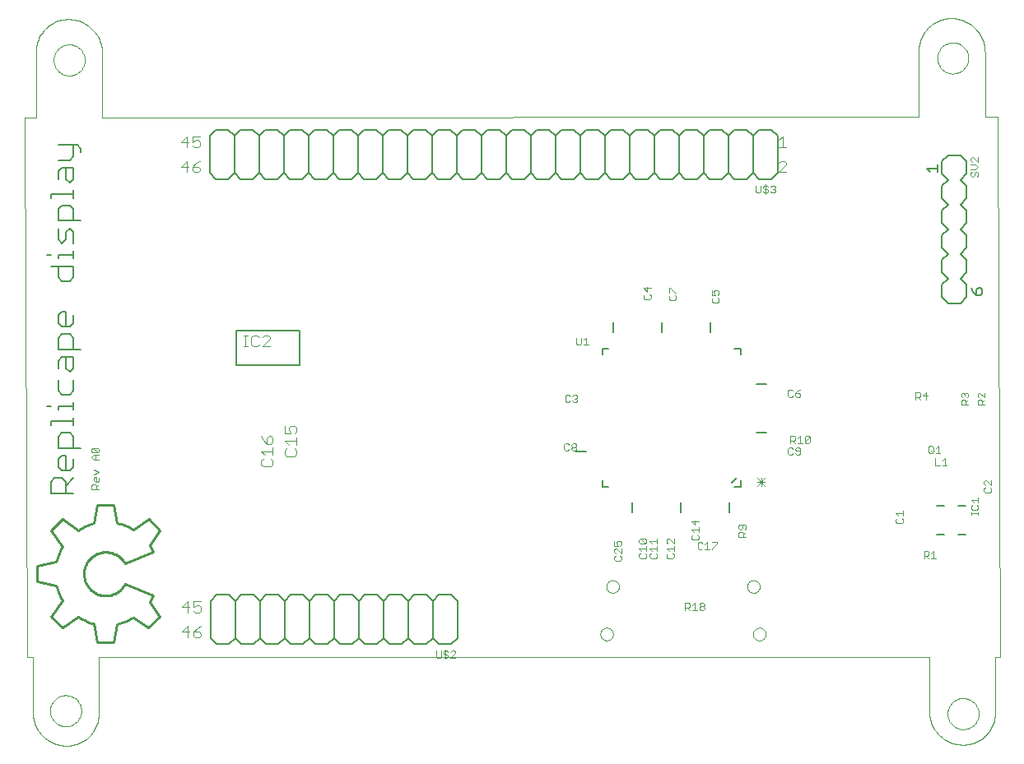
<source format=gto>
G75*
G70*
%OFA0B0*%
%FSLAX24Y24*%
%IPPOS*%
%LPD*%
%AMOC8*
5,1,8,0,0,1.08239X$1,22.5*
%
%ADD10C,0.0000*%
%ADD11C,0.0080*%
%ADD12C,0.0030*%
%ADD13C,0.0060*%
%ADD14C,0.0040*%
%ADD15C,0.0050*%
%ADD16C,0.0100*%
D10*
X001853Y001821D02*
X001923Y001823D01*
X001993Y001829D01*
X002063Y001838D01*
X002132Y001851D01*
X002201Y001868D01*
X002268Y001889D01*
X002334Y001913D01*
X002398Y001941D01*
X002461Y001972D01*
X002523Y002007D01*
X002582Y002045D01*
X002639Y002086D01*
X002694Y002130D01*
X002746Y002177D01*
X002796Y002227D01*
X002843Y002279D01*
X002887Y002334D01*
X002928Y002391D01*
X002966Y002450D01*
X003001Y002512D01*
X003032Y002575D01*
X003060Y002639D01*
X003084Y002705D01*
X003105Y002772D01*
X003122Y002841D01*
X003135Y002910D01*
X003144Y002980D01*
X003150Y003050D01*
X003152Y003120D01*
X003152Y005403D01*
X036774Y005403D01*
X036774Y003238D01*
X036776Y003166D01*
X036782Y003094D01*
X036791Y003022D01*
X036804Y002951D01*
X036821Y002881D01*
X036841Y002812D01*
X036866Y002744D01*
X036893Y002678D01*
X036924Y002612D01*
X036959Y002549D01*
X036996Y002487D01*
X037037Y002428D01*
X037081Y002371D01*
X037128Y002316D01*
X037178Y002264D01*
X037230Y002214D01*
X037285Y002167D01*
X037342Y002123D01*
X037401Y002082D01*
X037463Y002045D01*
X037526Y002010D01*
X037592Y001979D01*
X037658Y001952D01*
X037726Y001927D01*
X037795Y001907D01*
X037865Y001890D01*
X037936Y001877D01*
X038008Y001868D01*
X038080Y001862D01*
X038152Y001860D01*
X037522Y003120D02*
X037524Y003170D01*
X037530Y003220D01*
X037540Y003269D01*
X037554Y003317D01*
X037571Y003364D01*
X037592Y003409D01*
X037617Y003453D01*
X037645Y003494D01*
X037677Y003533D01*
X037711Y003570D01*
X037748Y003604D01*
X037788Y003634D01*
X037830Y003661D01*
X037874Y003685D01*
X037920Y003706D01*
X037967Y003722D01*
X038015Y003735D01*
X038065Y003744D01*
X038114Y003749D01*
X038165Y003750D01*
X038215Y003747D01*
X038264Y003740D01*
X038313Y003729D01*
X038361Y003714D01*
X038407Y003696D01*
X038452Y003674D01*
X038495Y003648D01*
X038536Y003619D01*
X038575Y003587D01*
X038611Y003552D01*
X038643Y003514D01*
X038673Y003474D01*
X038700Y003431D01*
X038723Y003387D01*
X038742Y003341D01*
X038758Y003293D01*
X038770Y003244D01*
X038778Y003195D01*
X038782Y003145D01*
X038782Y003095D01*
X038778Y003045D01*
X038770Y002996D01*
X038758Y002947D01*
X038742Y002899D01*
X038723Y002853D01*
X038700Y002809D01*
X038673Y002766D01*
X038643Y002726D01*
X038611Y002688D01*
X038575Y002653D01*
X038536Y002621D01*
X038495Y002592D01*
X038452Y002566D01*
X038407Y002544D01*
X038361Y002526D01*
X038313Y002511D01*
X038264Y002500D01*
X038215Y002493D01*
X038165Y002490D01*
X038114Y002491D01*
X038065Y002496D01*
X038015Y002505D01*
X037967Y002518D01*
X037920Y002534D01*
X037874Y002555D01*
X037830Y002579D01*
X037788Y002606D01*
X037748Y002636D01*
X037711Y002670D01*
X037677Y002707D01*
X037645Y002746D01*
X037617Y002787D01*
X037592Y002831D01*
X037571Y002876D01*
X037554Y002923D01*
X037540Y002971D01*
X037530Y003020D01*
X037524Y003070D01*
X037522Y003120D01*
X038152Y001860D02*
X038222Y001862D01*
X038292Y001868D01*
X038362Y001877D01*
X038431Y001890D01*
X038500Y001907D01*
X038567Y001928D01*
X038633Y001952D01*
X038697Y001980D01*
X038760Y002011D01*
X038822Y002046D01*
X038881Y002084D01*
X038938Y002125D01*
X038993Y002169D01*
X039045Y002216D01*
X039095Y002266D01*
X039142Y002318D01*
X039186Y002373D01*
X039227Y002430D01*
X039265Y002489D01*
X039300Y002551D01*
X039331Y002614D01*
X039359Y002678D01*
X039383Y002744D01*
X039404Y002811D01*
X039421Y002880D01*
X039434Y002949D01*
X039443Y003019D01*
X039449Y003089D01*
X039451Y003159D01*
X039452Y003159D02*
X039452Y005403D01*
X039649Y005403D01*
X039550Y027332D01*
X039038Y027332D01*
X039038Y029931D01*
X037109Y029694D02*
X037111Y029744D01*
X037117Y029794D01*
X037127Y029843D01*
X037141Y029891D01*
X037158Y029938D01*
X037179Y029983D01*
X037204Y030027D01*
X037232Y030068D01*
X037264Y030107D01*
X037298Y030144D01*
X037335Y030178D01*
X037375Y030208D01*
X037417Y030235D01*
X037461Y030259D01*
X037507Y030280D01*
X037554Y030296D01*
X037602Y030309D01*
X037652Y030318D01*
X037701Y030323D01*
X037752Y030324D01*
X037802Y030321D01*
X037851Y030314D01*
X037900Y030303D01*
X037948Y030288D01*
X037994Y030270D01*
X038039Y030248D01*
X038082Y030222D01*
X038123Y030193D01*
X038162Y030161D01*
X038198Y030126D01*
X038230Y030088D01*
X038260Y030048D01*
X038287Y030005D01*
X038310Y029961D01*
X038329Y029915D01*
X038345Y029867D01*
X038357Y029818D01*
X038365Y029769D01*
X038369Y029719D01*
X038369Y029669D01*
X038365Y029619D01*
X038357Y029570D01*
X038345Y029521D01*
X038329Y029473D01*
X038310Y029427D01*
X038287Y029383D01*
X038260Y029340D01*
X038230Y029300D01*
X038198Y029262D01*
X038162Y029227D01*
X038123Y029195D01*
X038082Y029166D01*
X038039Y029140D01*
X037994Y029118D01*
X037948Y029100D01*
X037900Y029085D01*
X037851Y029074D01*
X037802Y029067D01*
X037752Y029064D01*
X037701Y029065D01*
X037652Y029070D01*
X037602Y029079D01*
X037554Y029092D01*
X037507Y029108D01*
X037461Y029129D01*
X037417Y029153D01*
X037375Y029180D01*
X037335Y029210D01*
X037298Y029244D01*
X037264Y029281D01*
X037232Y029320D01*
X037204Y029361D01*
X037179Y029405D01*
X037158Y029450D01*
X037141Y029497D01*
X037127Y029545D01*
X037117Y029594D01*
X037111Y029644D01*
X037109Y029694D01*
X036361Y030009D02*
X036361Y027332D01*
X003290Y027293D01*
X003290Y029891D01*
X001322Y029616D02*
X001324Y029666D01*
X001330Y029716D01*
X001340Y029765D01*
X001354Y029813D01*
X001371Y029860D01*
X001392Y029905D01*
X001417Y029949D01*
X001445Y029990D01*
X001477Y030029D01*
X001511Y030066D01*
X001548Y030100D01*
X001588Y030130D01*
X001630Y030157D01*
X001674Y030181D01*
X001720Y030202D01*
X001767Y030218D01*
X001815Y030231D01*
X001865Y030240D01*
X001914Y030245D01*
X001965Y030246D01*
X002015Y030243D01*
X002064Y030236D01*
X002113Y030225D01*
X002161Y030210D01*
X002207Y030192D01*
X002252Y030170D01*
X002295Y030144D01*
X002336Y030115D01*
X002375Y030083D01*
X002411Y030048D01*
X002443Y030010D01*
X002473Y029970D01*
X002500Y029927D01*
X002523Y029883D01*
X002542Y029837D01*
X002558Y029789D01*
X002570Y029740D01*
X002578Y029691D01*
X002582Y029641D01*
X002582Y029591D01*
X002578Y029541D01*
X002570Y029492D01*
X002558Y029443D01*
X002542Y029395D01*
X002523Y029349D01*
X002500Y029305D01*
X002473Y029262D01*
X002443Y029222D01*
X002411Y029184D01*
X002375Y029149D01*
X002336Y029117D01*
X002295Y029088D01*
X002252Y029062D01*
X002207Y029040D01*
X002161Y029022D01*
X002113Y029007D01*
X002064Y028996D01*
X002015Y028989D01*
X001965Y028986D01*
X001914Y028987D01*
X001865Y028992D01*
X001815Y029001D01*
X001767Y029014D01*
X001720Y029030D01*
X001674Y029051D01*
X001630Y029075D01*
X001588Y029102D01*
X001548Y029132D01*
X001511Y029166D01*
X001477Y029203D01*
X001445Y029242D01*
X001417Y029283D01*
X001392Y029327D01*
X001371Y029372D01*
X001354Y029419D01*
X001340Y029467D01*
X001330Y029516D01*
X001324Y029566D01*
X001322Y029616D01*
X001912Y031269D02*
X001984Y031267D01*
X002056Y031261D01*
X002128Y031252D01*
X002199Y031239D01*
X002269Y031222D01*
X002338Y031202D01*
X002406Y031177D01*
X002472Y031150D01*
X002538Y031119D01*
X002601Y031084D01*
X002663Y031047D01*
X002722Y031006D01*
X002779Y030962D01*
X002834Y030915D01*
X002886Y030865D01*
X002936Y030813D01*
X002983Y030758D01*
X003027Y030701D01*
X003068Y030642D01*
X003105Y030580D01*
X003140Y030517D01*
X003171Y030451D01*
X003198Y030385D01*
X003223Y030317D01*
X003243Y030248D01*
X003260Y030178D01*
X003273Y030107D01*
X003282Y030035D01*
X003288Y029963D01*
X003290Y029891D01*
X001912Y031269D02*
X001842Y031267D01*
X001772Y031261D01*
X001702Y031252D01*
X001633Y031239D01*
X001564Y031222D01*
X001497Y031201D01*
X001431Y031177D01*
X001367Y031149D01*
X001304Y031118D01*
X001242Y031083D01*
X001183Y031045D01*
X001126Y031004D01*
X001071Y030960D01*
X001019Y030913D01*
X000969Y030863D01*
X000922Y030811D01*
X000878Y030756D01*
X000837Y030699D01*
X000799Y030640D01*
X000764Y030578D01*
X000733Y030515D01*
X000705Y030451D01*
X000681Y030385D01*
X000660Y030318D01*
X000643Y030249D01*
X000630Y030180D01*
X000621Y030110D01*
X000615Y030040D01*
X000613Y029970D01*
X000613Y027293D01*
X000141Y027293D01*
X000239Y005403D01*
X000475Y005403D01*
X000475Y003198D01*
X001184Y003238D02*
X001186Y003288D01*
X001192Y003338D01*
X001202Y003387D01*
X001216Y003435D01*
X001233Y003482D01*
X001254Y003527D01*
X001279Y003571D01*
X001307Y003612D01*
X001339Y003651D01*
X001373Y003688D01*
X001410Y003722D01*
X001450Y003752D01*
X001492Y003779D01*
X001536Y003803D01*
X001582Y003824D01*
X001629Y003840D01*
X001677Y003853D01*
X001727Y003862D01*
X001776Y003867D01*
X001827Y003868D01*
X001877Y003865D01*
X001926Y003858D01*
X001975Y003847D01*
X002023Y003832D01*
X002069Y003814D01*
X002114Y003792D01*
X002157Y003766D01*
X002198Y003737D01*
X002237Y003705D01*
X002273Y003670D01*
X002305Y003632D01*
X002335Y003592D01*
X002362Y003549D01*
X002385Y003505D01*
X002404Y003459D01*
X002420Y003411D01*
X002432Y003362D01*
X002440Y003313D01*
X002444Y003263D01*
X002444Y003213D01*
X002440Y003163D01*
X002432Y003114D01*
X002420Y003065D01*
X002404Y003017D01*
X002385Y002971D01*
X002362Y002927D01*
X002335Y002884D01*
X002305Y002844D01*
X002273Y002806D01*
X002237Y002771D01*
X002198Y002739D01*
X002157Y002710D01*
X002114Y002684D01*
X002069Y002662D01*
X002023Y002644D01*
X001975Y002629D01*
X001926Y002618D01*
X001877Y002611D01*
X001827Y002608D01*
X001776Y002609D01*
X001727Y002614D01*
X001677Y002623D01*
X001629Y002636D01*
X001582Y002652D01*
X001536Y002673D01*
X001492Y002697D01*
X001450Y002724D01*
X001410Y002754D01*
X001373Y002788D01*
X001339Y002825D01*
X001307Y002864D01*
X001279Y002905D01*
X001254Y002949D01*
X001233Y002994D01*
X001216Y003041D01*
X001202Y003089D01*
X001192Y003138D01*
X001186Y003188D01*
X001184Y003238D01*
X000475Y003198D02*
X000477Y003126D01*
X000483Y003054D01*
X000492Y002982D01*
X000505Y002911D01*
X000522Y002841D01*
X000542Y002772D01*
X000567Y002704D01*
X000594Y002638D01*
X000625Y002572D01*
X000660Y002509D01*
X000697Y002447D01*
X000738Y002388D01*
X000782Y002331D01*
X000829Y002276D01*
X000879Y002224D01*
X000931Y002174D01*
X000986Y002127D01*
X001043Y002083D01*
X001102Y002042D01*
X001164Y002005D01*
X001227Y001970D01*
X001293Y001939D01*
X001359Y001912D01*
X001427Y001887D01*
X001496Y001867D01*
X001566Y001850D01*
X001637Y001837D01*
X001709Y001828D01*
X001781Y001822D01*
X001853Y001820D01*
X023467Y006348D02*
X023469Y006379D01*
X023475Y006410D01*
X023484Y006440D01*
X023497Y006469D01*
X023514Y006496D01*
X023534Y006520D01*
X023556Y006542D01*
X023582Y006561D01*
X023609Y006577D01*
X023638Y006589D01*
X023668Y006598D01*
X023699Y006603D01*
X023731Y006604D01*
X023762Y006601D01*
X023793Y006594D01*
X023823Y006584D01*
X023851Y006570D01*
X023877Y006552D01*
X023901Y006532D01*
X023922Y006508D01*
X023941Y006483D01*
X023956Y006455D01*
X023967Y006426D01*
X023975Y006395D01*
X023979Y006364D01*
X023979Y006332D01*
X023975Y006301D01*
X023967Y006270D01*
X023956Y006241D01*
X023941Y006213D01*
X023922Y006188D01*
X023901Y006164D01*
X023877Y006144D01*
X023851Y006126D01*
X023823Y006112D01*
X023793Y006102D01*
X023762Y006095D01*
X023731Y006092D01*
X023699Y006093D01*
X023668Y006098D01*
X023638Y006107D01*
X023609Y006119D01*
X023582Y006135D01*
X023556Y006154D01*
X023534Y006176D01*
X023514Y006200D01*
X023497Y006227D01*
X023484Y006256D01*
X023475Y006286D01*
X023469Y006317D01*
X023467Y006348D01*
X023704Y008277D02*
X023706Y008308D01*
X023712Y008339D01*
X023721Y008369D01*
X023734Y008398D01*
X023751Y008425D01*
X023771Y008449D01*
X023793Y008471D01*
X023819Y008490D01*
X023846Y008506D01*
X023875Y008518D01*
X023905Y008527D01*
X023936Y008532D01*
X023968Y008533D01*
X023999Y008530D01*
X024030Y008523D01*
X024060Y008513D01*
X024088Y008499D01*
X024114Y008481D01*
X024138Y008461D01*
X024159Y008437D01*
X024178Y008412D01*
X024193Y008384D01*
X024204Y008355D01*
X024212Y008324D01*
X024216Y008293D01*
X024216Y008261D01*
X024212Y008230D01*
X024204Y008199D01*
X024193Y008170D01*
X024178Y008142D01*
X024159Y008117D01*
X024138Y008093D01*
X024114Y008073D01*
X024088Y008055D01*
X024060Y008041D01*
X024030Y008031D01*
X023999Y008024D01*
X023968Y008021D01*
X023936Y008022D01*
X023905Y008027D01*
X023875Y008036D01*
X023846Y008048D01*
X023819Y008064D01*
X023793Y008083D01*
X023771Y008105D01*
X023751Y008129D01*
X023734Y008156D01*
X023721Y008185D01*
X023712Y008215D01*
X023706Y008246D01*
X023704Y008277D01*
X029412Y008277D02*
X029414Y008308D01*
X029420Y008339D01*
X029429Y008369D01*
X029442Y008398D01*
X029459Y008425D01*
X029479Y008449D01*
X029501Y008471D01*
X029527Y008490D01*
X029554Y008506D01*
X029583Y008518D01*
X029613Y008527D01*
X029644Y008532D01*
X029676Y008533D01*
X029707Y008530D01*
X029738Y008523D01*
X029768Y008513D01*
X029796Y008499D01*
X029822Y008481D01*
X029846Y008461D01*
X029867Y008437D01*
X029886Y008412D01*
X029901Y008384D01*
X029912Y008355D01*
X029920Y008324D01*
X029924Y008293D01*
X029924Y008261D01*
X029920Y008230D01*
X029912Y008199D01*
X029901Y008170D01*
X029886Y008142D01*
X029867Y008117D01*
X029846Y008093D01*
X029822Y008073D01*
X029796Y008055D01*
X029768Y008041D01*
X029738Y008031D01*
X029707Y008024D01*
X029676Y008021D01*
X029644Y008022D01*
X029613Y008027D01*
X029583Y008036D01*
X029554Y008048D01*
X029527Y008064D01*
X029501Y008083D01*
X029479Y008105D01*
X029459Y008129D01*
X029442Y008156D01*
X029429Y008185D01*
X029420Y008215D01*
X029414Y008246D01*
X029412Y008277D01*
X029648Y006348D02*
X029650Y006379D01*
X029656Y006410D01*
X029665Y006440D01*
X029678Y006469D01*
X029695Y006496D01*
X029715Y006520D01*
X029737Y006542D01*
X029763Y006561D01*
X029790Y006577D01*
X029819Y006589D01*
X029849Y006598D01*
X029880Y006603D01*
X029912Y006604D01*
X029943Y006601D01*
X029974Y006594D01*
X030004Y006584D01*
X030032Y006570D01*
X030058Y006552D01*
X030082Y006532D01*
X030103Y006508D01*
X030122Y006483D01*
X030137Y006455D01*
X030148Y006426D01*
X030156Y006395D01*
X030160Y006364D01*
X030160Y006332D01*
X030156Y006301D01*
X030148Y006270D01*
X030137Y006241D01*
X030122Y006213D01*
X030103Y006188D01*
X030082Y006164D01*
X030058Y006144D01*
X030032Y006126D01*
X030004Y006112D01*
X029974Y006102D01*
X029943Y006095D01*
X029912Y006092D01*
X029880Y006093D01*
X029849Y006098D01*
X029819Y006107D01*
X029790Y006119D01*
X029763Y006135D01*
X029737Y006154D01*
X029715Y006176D01*
X029695Y006200D01*
X029678Y006227D01*
X029665Y006256D01*
X029656Y006286D01*
X029650Y006317D01*
X029648Y006348D01*
X039038Y029931D02*
X039036Y030003D01*
X039030Y030075D01*
X039021Y030147D01*
X039008Y030218D01*
X038991Y030288D01*
X038971Y030357D01*
X038946Y030425D01*
X038919Y030491D01*
X038888Y030557D01*
X038853Y030620D01*
X038816Y030682D01*
X038775Y030741D01*
X038731Y030798D01*
X038684Y030853D01*
X038634Y030905D01*
X038582Y030955D01*
X038527Y031002D01*
X038470Y031046D01*
X038411Y031087D01*
X038349Y031124D01*
X038286Y031159D01*
X038220Y031190D01*
X038154Y031217D01*
X038086Y031242D01*
X038017Y031262D01*
X037947Y031279D01*
X037876Y031292D01*
X037804Y031301D01*
X037732Y031307D01*
X037660Y031309D01*
X037660Y031308D02*
X037590Y031306D01*
X037520Y031300D01*
X037450Y031291D01*
X037381Y031278D01*
X037312Y031261D01*
X037245Y031240D01*
X037179Y031216D01*
X037115Y031188D01*
X037052Y031157D01*
X036990Y031122D01*
X036931Y031084D01*
X036874Y031043D01*
X036819Y030999D01*
X036767Y030952D01*
X036717Y030902D01*
X036670Y030850D01*
X036626Y030795D01*
X036585Y030738D01*
X036547Y030679D01*
X036512Y030617D01*
X036481Y030554D01*
X036453Y030490D01*
X036429Y030424D01*
X036408Y030357D01*
X036391Y030288D01*
X036378Y030219D01*
X036369Y030149D01*
X036363Y030079D01*
X036361Y030009D01*
D11*
X037090Y011558D02*
X037376Y011558D01*
X037965Y011558D02*
X038251Y011558D01*
X038251Y010396D02*
X037965Y010396D01*
X037376Y010396D02*
X037090Y010396D01*
X011293Y017262D02*
X008713Y017262D01*
X008713Y018662D01*
X011293Y018662D01*
X011293Y017262D01*
X002435Y017889D02*
X001514Y017889D01*
X001514Y018349D01*
X001668Y018503D01*
X001975Y018503D01*
X002128Y018349D01*
X002128Y017889D01*
X002128Y017582D02*
X001668Y017582D01*
X001514Y017428D01*
X001514Y017121D01*
X001821Y017121D02*
X001821Y017582D01*
X002128Y017582D02*
X002128Y017121D01*
X001975Y016968D01*
X001821Y017121D01*
X001514Y016661D02*
X001514Y016201D01*
X001668Y016047D01*
X001975Y016047D01*
X002128Y016201D01*
X002128Y016661D01*
X002128Y015740D02*
X002128Y015433D01*
X002128Y015587D02*
X001514Y015587D01*
X001514Y015433D01*
X001207Y015587D02*
X001054Y015587D01*
X001207Y014973D02*
X002128Y014973D01*
X002128Y014820D02*
X002128Y015126D01*
X001975Y014513D02*
X002128Y014359D01*
X002128Y013899D01*
X002435Y013899D02*
X001514Y013899D01*
X001514Y014359D01*
X001668Y014513D01*
X001975Y014513D01*
X001207Y014820D02*
X001207Y014973D01*
X001668Y013592D02*
X001821Y013592D01*
X001821Y012978D01*
X001668Y012978D02*
X001514Y013131D01*
X001514Y013438D01*
X001668Y013592D01*
X002128Y013438D02*
X002128Y013131D01*
X001975Y012978D01*
X001668Y012978D01*
X001668Y012671D02*
X001361Y012671D01*
X001207Y012518D01*
X001207Y012057D01*
X002128Y012057D01*
X001821Y012057D02*
X001821Y012518D01*
X001668Y012671D01*
X001821Y012364D02*
X002128Y012671D01*
X001975Y018809D02*
X001668Y018809D01*
X001514Y018963D01*
X001514Y019270D01*
X001668Y019423D01*
X001821Y019423D01*
X001821Y018809D01*
X001975Y018809D02*
X002128Y018963D01*
X002128Y019270D01*
X001975Y020651D02*
X001668Y020651D01*
X001514Y020804D01*
X001514Y021265D01*
X001207Y021265D02*
X002128Y021265D01*
X002128Y020804D01*
X001975Y020651D01*
X002128Y021572D02*
X002128Y021879D01*
X002128Y021725D02*
X001514Y021725D01*
X001514Y021572D01*
X001207Y021725D02*
X001054Y021725D01*
X001514Y022339D02*
X001514Y022799D01*
X001514Y023106D02*
X001514Y023567D01*
X001668Y023720D01*
X001975Y023720D01*
X002128Y023567D01*
X002128Y023106D01*
X002435Y023106D02*
X001514Y023106D01*
X001821Y022646D02*
X001821Y022339D01*
X001668Y022186D01*
X001514Y022339D01*
X001821Y022646D02*
X001975Y022799D01*
X002128Y022646D01*
X002128Y022186D01*
X002128Y024027D02*
X002128Y024334D01*
X002128Y024180D02*
X001207Y024180D01*
X001207Y024027D01*
X001514Y024794D02*
X001514Y025101D01*
X001668Y025255D01*
X002128Y025255D01*
X002128Y024794D01*
X001975Y024641D01*
X001821Y024794D01*
X001821Y025255D01*
X001975Y025562D02*
X001514Y025562D01*
X001975Y025562D02*
X002128Y025715D01*
X002128Y026175D01*
X002282Y026175D02*
X002435Y026022D01*
X002435Y025868D01*
X002282Y026175D02*
X001514Y026175D01*
D12*
X002915Y013896D02*
X003109Y013702D01*
X003157Y013751D01*
X003157Y013848D01*
X003109Y013896D01*
X002915Y013896D01*
X002867Y013848D01*
X002867Y013751D01*
X002915Y013702D01*
X003109Y013702D01*
X003157Y013601D02*
X002964Y013601D01*
X002867Y013504D01*
X002964Y013408D01*
X003157Y013408D01*
X003012Y013408D02*
X003012Y013601D01*
X002964Y013012D02*
X003157Y012915D01*
X002964Y012818D01*
X003012Y012717D02*
X003060Y012717D01*
X003060Y012524D01*
X003012Y012524D02*
X002964Y012572D01*
X002964Y012669D01*
X003012Y012717D01*
X003157Y012669D02*
X003157Y012572D01*
X003109Y012524D01*
X003012Y012524D01*
X003012Y012423D02*
X003060Y012374D01*
X003060Y012229D01*
X003060Y012326D02*
X003157Y012423D01*
X003012Y012423D02*
X002915Y012423D01*
X002867Y012374D01*
X002867Y012229D01*
X003157Y012229D01*
X016811Y005674D02*
X016811Y005432D01*
X016859Y005384D01*
X016956Y005384D01*
X017005Y005432D01*
X017005Y005674D01*
X017106Y005625D02*
X017154Y005674D01*
X017251Y005674D01*
X017299Y005625D01*
X017400Y005625D02*
X017449Y005674D01*
X017545Y005674D01*
X017594Y005625D01*
X017594Y005577D01*
X017400Y005384D01*
X017594Y005384D01*
X017299Y005432D02*
X017299Y005480D01*
X017251Y005529D01*
X017154Y005529D01*
X017106Y005577D01*
X017106Y005625D01*
X017202Y005722D02*
X017202Y005335D01*
X017154Y005384D02*
X017251Y005384D01*
X017299Y005432D01*
X017154Y005384D02*
X017106Y005432D01*
X024027Y009380D02*
X024076Y009331D01*
X024269Y009331D01*
X024318Y009380D01*
X024318Y009477D01*
X024269Y009525D01*
X024318Y009626D02*
X024124Y009820D01*
X024076Y009820D01*
X024027Y009771D01*
X024027Y009674D01*
X024076Y009626D01*
X024076Y009525D02*
X024027Y009477D01*
X024027Y009380D01*
X024318Y009626D02*
X024318Y009820D01*
X024269Y009921D02*
X024318Y009969D01*
X024318Y010066D01*
X024269Y010114D01*
X024173Y010114D01*
X024124Y010066D01*
X024124Y010017D01*
X024173Y009921D01*
X024027Y009921D01*
X024027Y010114D01*
X025031Y010068D02*
X025080Y010019D01*
X025273Y010019D01*
X025080Y010213D01*
X025273Y010213D01*
X025322Y010164D01*
X025322Y010068D01*
X025273Y010019D01*
X025322Y009918D02*
X025322Y009725D01*
X025322Y009821D02*
X025031Y009821D01*
X025128Y009725D01*
X025080Y009623D02*
X025031Y009575D01*
X025031Y009478D01*
X025080Y009430D01*
X025273Y009430D01*
X025322Y009478D01*
X025322Y009575D01*
X025273Y009623D01*
X025464Y009575D02*
X025464Y009478D01*
X025513Y009430D01*
X025706Y009430D01*
X025755Y009478D01*
X025755Y009575D01*
X025706Y009623D01*
X025755Y009725D02*
X025755Y009918D01*
X025755Y009821D02*
X025464Y009821D01*
X025561Y009725D01*
X025513Y009623D02*
X025464Y009575D01*
X025561Y010019D02*
X025464Y010116D01*
X025755Y010116D01*
X025755Y010019D02*
X025755Y010213D01*
X026153Y010164D02*
X026153Y010068D01*
X026202Y010019D01*
X026153Y010164D02*
X026202Y010213D01*
X026250Y010213D01*
X026444Y010019D01*
X026444Y010213D01*
X026444Y009918D02*
X026444Y009725D01*
X026444Y009821D02*
X026153Y009821D01*
X026250Y009725D01*
X026202Y009623D02*
X026153Y009575D01*
X026153Y009478D01*
X026202Y009430D01*
X026395Y009430D01*
X026444Y009478D01*
X026444Y009575D01*
X026395Y009623D01*
X027157Y010226D02*
X027206Y010178D01*
X027399Y010178D01*
X027448Y010226D01*
X027448Y010323D01*
X027399Y010371D01*
X027448Y010473D02*
X027448Y010666D01*
X027448Y010569D02*
X027157Y010569D01*
X027254Y010473D01*
X027206Y010371D02*
X027157Y010323D01*
X027157Y010226D01*
X027406Y010024D02*
X027406Y009831D01*
X027454Y009782D01*
X027551Y009782D01*
X027599Y009831D01*
X027700Y009782D02*
X027894Y009782D01*
X027797Y009782D02*
X027797Y010073D01*
X027700Y009976D01*
X027599Y010024D02*
X027551Y010073D01*
X027454Y010073D01*
X027406Y010024D01*
X027995Y010073D02*
X028188Y010073D01*
X028188Y010024D01*
X027995Y009831D01*
X027995Y009782D01*
X029067Y010295D02*
X029067Y010441D01*
X029115Y010489D01*
X029212Y010489D01*
X029260Y010441D01*
X029260Y010295D01*
X029357Y010295D02*
X029067Y010295D01*
X029260Y010392D02*
X029357Y010489D01*
X029309Y010590D02*
X029357Y010638D01*
X029357Y010735D01*
X029309Y010784D01*
X029115Y010784D01*
X029067Y010735D01*
X029067Y010638D01*
X029115Y010590D01*
X029164Y010590D01*
X029212Y010638D01*
X029212Y010784D01*
X029823Y012361D02*
X030136Y012674D01*
X029980Y012674D02*
X029980Y012361D01*
X030136Y012361D02*
X029823Y012674D01*
X029823Y012517D02*
X030136Y012517D01*
X031115Y013621D02*
X031212Y013621D01*
X031261Y013669D01*
X031362Y013669D02*
X031410Y013621D01*
X031507Y013621D01*
X031555Y013669D01*
X031555Y013863D01*
X031507Y013911D01*
X031410Y013911D01*
X031362Y013863D01*
X031362Y013814D01*
X031410Y013766D01*
X031555Y013766D01*
X031261Y013863D02*
X031212Y013911D01*
X031115Y013911D01*
X031067Y013863D01*
X031067Y013669D01*
X031115Y013621D01*
X031165Y014093D02*
X031165Y014384D01*
X031311Y014384D01*
X031359Y014335D01*
X031359Y014238D01*
X031311Y014190D01*
X031165Y014190D01*
X031262Y014190D02*
X031359Y014093D01*
X031460Y014093D02*
X031654Y014093D01*
X031557Y014093D02*
X031557Y014384D01*
X031460Y014287D01*
X031755Y014335D02*
X031803Y014384D01*
X031900Y014384D01*
X031948Y014335D01*
X031755Y014142D01*
X031803Y014093D01*
X031900Y014093D01*
X031948Y014142D01*
X031948Y014335D01*
X031755Y014335D02*
X031755Y014142D01*
X031507Y015963D02*
X031555Y016012D01*
X031555Y016060D01*
X031507Y016109D01*
X031362Y016109D01*
X031362Y016012D01*
X031410Y015963D01*
X031507Y015963D01*
X031362Y016109D02*
X031458Y016205D01*
X031555Y016254D01*
X031261Y016205D02*
X031212Y016254D01*
X031115Y016254D01*
X031067Y016205D01*
X031067Y016012D01*
X031115Y015963D01*
X031212Y015963D01*
X031261Y016012D01*
X036225Y015962D02*
X036370Y015962D01*
X036418Y016010D01*
X036418Y016107D01*
X036370Y016155D01*
X036225Y016155D01*
X036225Y015865D01*
X036321Y015962D02*
X036418Y015865D01*
X036519Y016010D02*
X036713Y016010D01*
X036664Y015865D02*
X036664Y016155D01*
X036519Y016010D01*
X038070Y015984D02*
X038070Y016080D01*
X038118Y016129D01*
X038166Y016129D01*
X038215Y016080D01*
X038263Y016129D01*
X038312Y016129D01*
X038360Y016080D01*
X038360Y015984D01*
X038312Y015935D01*
X038360Y015834D02*
X038263Y015737D01*
X038263Y015786D02*
X038263Y015641D01*
X038360Y015641D02*
X038070Y015641D01*
X038070Y015786D01*
X038118Y015834D01*
X038215Y015834D01*
X038263Y015786D01*
X038118Y015935D02*
X038070Y015984D01*
X038215Y016032D02*
X038215Y016080D01*
X038739Y016080D02*
X038739Y015984D01*
X038787Y015935D01*
X038787Y015834D02*
X038884Y015834D01*
X038932Y015786D01*
X038932Y015641D01*
X038932Y015737D02*
X039029Y015834D01*
X039029Y015935D02*
X038836Y016129D01*
X038787Y016129D01*
X038739Y016080D01*
X038787Y015834D02*
X038739Y015786D01*
X038739Y015641D01*
X039029Y015641D01*
X039029Y015935D02*
X039029Y016129D01*
X037140Y013978D02*
X037140Y013688D01*
X037236Y013688D02*
X037043Y013688D01*
X036942Y013688D02*
X036845Y013785D01*
X036942Y013736D02*
X036893Y013688D01*
X036796Y013688D01*
X036748Y013736D01*
X036748Y013930D01*
X036796Y013978D01*
X036893Y013978D01*
X036942Y013930D01*
X036942Y013736D01*
X037043Y013881D02*
X037140Y013978D01*
X037014Y013489D02*
X037014Y013199D01*
X037208Y013199D01*
X037309Y013199D02*
X037503Y013199D01*
X037406Y013199D02*
X037406Y013489D01*
X037309Y013392D01*
X038998Y012529D02*
X038998Y012433D01*
X039047Y012384D01*
X039047Y012283D02*
X038998Y012235D01*
X038998Y012138D01*
X039047Y012090D01*
X039240Y012090D01*
X039289Y012138D01*
X039289Y012235D01*
X039240Y012283D01*
X039289Y012384D02*
X039095Y012578D01*
X039047Y012578D01*
X038998Y012529D01*
X039289Y012578D02*
X039289Y012384D01*
X038763Y011875D02*
X038763Y011681D01*
X038763Y011778D02*
X038473Y011778D01*
X038570Y011681D01*
X038521Y011580D02*
X038473Y011532D01*
X038473Y011435D01*
X038521Y011387D01*
X038715Y011387D01*
X038763Y011435D01*
X038763Y011532D01*
X038715Y011580D01*
X038763Y011287D02*
X038763Y011190D01*
X038763Y011239D02*
X038473Y011239D01*
X038473Y011287D02*
X038473Y011190D01*
X036961Y009721D02*
X036961Y009431D01*
X036864Y009431D02*
X037058Y009431D01*
X036864Y009624D02*
X036961Y009721D01*
X036763Y009673D02*
X036763Y009576D01*
X036715Y009528D01*
X036570Y009528D01*
X036666Y009528D02*
X036763Y009431D01*
X036570Y009431D02*
X036570Y009721D01*
X036715Y009721D01*
X036763Y009673D01*
X035677Y010849D02*
X035484Y010849D01*
X035435Y010898D01*
X035435Y010995D01*
X035484Y011043D01*
X035532Y011144D02*
X035435Y011241D01*
X035726Y011241D01*
X035726Y011144D02*
X035726Y011338D01*
X035677Y011043D02*
X035726Y010995D01*
X035726Y010898D01*
X035677Y010849D01*
X027677Y007564D02*
X027677Y007515D01*
X027628Y007467D01*
X027531Y007467D01*
X027483Y007515D01*
X027483Y007564D01*
X027531Y007612D01*
X027628Y007612D01*
X027677Y007564D01*
X027628Y007467D02*
X027677Y007418D01*
X027677Y007370D01*
X027628Y007322D01*
X027531Y007322D01*
X027483Y007370D01*
X027483Y007418D01*
X027531Y007467D01*
X027382Y007322D02*
X027188Y007322D01*
X027285Y007322D02*
X027285Y007612D01*
X027188Y007515D01*
X027087Y007467D02*
X027087Y007564D01*
X027039Y007612D01*
X026894Y007612D01*
X026894Y007322D01*
X026894Y007418D02*
X027039Y007418D01*
X027087Y007467D01*
X026991Y007418D02*
X027087Y007322D01*
X025031Y010068D02*
X025031Y010164D01*
X025080Y010213D01*
X027157Y010912D02*
X027302Y010767D01*
X027302Y010961D01*
X027157Y010912D02*
X027448Y010912D01*
X022489Y013834D02*
X022441Y013785D01*
X022344Y013785D01*
X022296Y013834D01*
X022296Y013882D01*
X022344Y013930D01*
X022441Y013930D01*
X022489Y013882D01*
X022489Y013834D01*
X022441Y013930D02*
X022489Y013979D01*
X022489Y014027D01*
X022441Y014075D01*
X022344Y014075D01*
X022296Y014027D01*
X022296Y013979D01*
X022344Y013930D01*
X022195Y013834D02*
X022146Y013785D01*
X022050Y013785D01*
X022001Y013834D01*
X022001Y014027D01*
X022050Y014075D01*
X022146Y014075D01*
X022195Y014027D01*
X022186Y015754D02*
X022234Y015802D01*
X022186Y015754D02*
X022089Y015754D01*
X022041Y015802D01*
X022041Y015996D01*
X022089Y016044D01*
X022186Y016044D01*
X022234Y015996D01*
X022335Y015996D02*
X022384Y016044D01*
X022481Y016044D01*
X022529Y015996D01*
X022529Y015947D01*
X022481Y015899D01*
X022529Y015850D01*
X022529Y015802D01*
X022481Y015754D01*
X022384Y015754D01*
X022335Y015802D01*
X022432Y015899D02*
X022481Y015899D01*
X022545Y018074D02*
X022642Y018074D01*
X022690Y018122D01*
X022690Y018364D01*
X022791Y018267D02*
X022888Y018364D01*
X022888Y018074D01*
X022791Y018074D02*
X022985Y018074D01*
X022545Y018074D02*
X022496Y018122D01*
X022496Y018364D01*
X025215Y019980D02*
X025264Y019932D01*
X025457Y019932D01*
X025506Y019980D01*
X025506Y020077D01*
X025457Y020125D01*
X025360Y020227D02*
X025360Y020420D01*
X025215Y020372D02*
X025360Y020227D01*
X025264Y020125D02*
X025215Y020077D01*
X025215Y019980D01*
X025215Y020372D02*
X025506Y020372D01*
X026239Y020381D02*
X026287Y020381D01*
X026481Y020187D01*
X026529Y020187D01*
X026481Y020086D02*
X026529Y020038D01*
X026529Y019941D01*
X026481Y019893D01*
X026287Y019893D01*
X026239Y019941D01*
X026239Y020038D01*
X026287Y020086D01*
X026239Y020187D02*
X026239Y020381D01*
X027971Y020282D02*
X027971Y020089D01*
X028116Y020089D01*
X028068Y020186D01*
X028068Y020234D01*
X028116Y020282D01*
X028213Y020282D01*
X028261Y020234D01*
X028261Y020137D01*
X028213Y020089D01*
X028213Y019988D02*
X028261Y019939D01*
X028261Y019842D01*
X028213Y019794D01*
X028020Y019794D01*
X027971Y019842D01*
X027971Y019939D01*
X028020Y019988D01*
X029816Y024242D02*
X029913Y024242D01*
X029961Y024290D01*
X029961Y024532D01*
X030062Y024484D02*
X030111Y024532D01*
X030208Y024532D01*
X030256Y024484D01*
X030357Y024484D02*
X030405Y024532D01*
X030502Y024532D01*
X030551Y024484D01*
X030551Y024435D01*
X030502Y024387D01*
X030551Y024339D01*
X030551Y024290D01*
X030502Y024242D01*
X030405Y024242D01*
X030357Y024290D01*
X030256Y024290D02*
X030256Y024339D01*
X030208Y024387D01*
X030111Y024387D01*
X030062Y024435D01*
X030062Y024484D01*
X030159Y024580D02*
X030159Y024194D01*
X030111Y024242D02*
X030208Y024242D01*
X030256Y024290D01*
X030111Y024242D02*
X030062Y024290D01*
X029816Y024242D02*
X029768Y024290D01*
X029768Y024532D01*
X030454Y024387D02*
X030502Y024387D01*
X038463Y024945D02*
X038511Y024896D01*
X038560Y024896D01*
X038608Y024945D01*
X038608Y025042D01*
X038656Y025090D01*
X038705Y025090D01*
X038753Y025042D01*
X038753Y024945D01*
X038705Y024896D01*
X038463Y024945D02*
X038463Y025042D01*
X038511Y025090D01*
X038463Y025191D02*
X038656Y025191D01*
X038753Y025288D01*
X038656Y025385D01*
X038463Y025385D01*
X038511Y025486D02*
X038463Y025534D01*
X038463Y025631D01*
X038511Y025679D01*
X038560Y025679D01*
X038753Y025486D01*
X038753Y025679D01*
D13*
X038298Y025515D02*
X038298Y025015D01*
X038048Y024765D01*
X038298Y024515D01*
X038298Y024015D01*
X038048Y023765D01*
X038298Y023515D01*
X038298Y023015D01*
X038048Y022765D01*
X038298Y022515D01*
X038298Y022015D01*
X038048Y021765D01*
X038298Y021515D01*
X038298Y021015D01*
X038048Y020765D01*
X038298Y020515D01*
X038298Y020015D01*
X038048Y019765D01*
X037548Y019765D01*
X037298Y020015D01*
X037298Y020515D01*
X037548Y020765D01*
X037298Y021015D01*
X037298Y021515D01*
X037548Y021765D01*
X037298Y022015D01*
X037298Y022515D01*
X037548Y022765D01*
X037298Y023015D01*
X037298Y023515D01*
X037548Y023765D01*
X037298Y024015D01*
X037298Y024515D01*
X037548Y024765D01*
X037298Y025015D01*
X037298Y025515D01*
X037548Y025765D01*
X038048Y025765D01*
X038298Y025515D01*
X030637Y025047D02*
X030387Y024797D01*
X029887Y024797D01*
X029637Y025047D01*
X029637Y026547D01*
X029387Y026797D01*
X028887Y026797D01*
X028637Y026547D01*
X028637Y025047D01*
X028387Y024797D01*
X027887Y024797D01*
X027637Y025047D01*
X027637Y026547D01*
X027387Y026797D01*
X026887Y026797D01*
X026637Y026547D01*
X026637Y025047D01*
X026387Y024797D01*
X025887Y024797D01*
X025637Y025047D01*
X025637Y026547D01*
X025387Y026797D01*
X024887Y026797D01*
X024637Y026547D01*
X024637Y025047D01*
X024387Y024797D01*
X023887Y024797D01*
X023637Y025047D01*
X023637Y026547D01*
X023887Y026797D01*
X024387Y026797D01*
X024637Y026547D01*
X023637Y026547D02*
X023387Y026797D01*
X022887Y026797D01*
X022637Y026547D01*
X022637Y025047D01*
X022387Y024797D01*
X021887Y024797D01*
X021637Y025047D01*
X021637Y026547D01*
X021887Y026797D01*
X022387Y026797D01*
X022637Y026547D01*
X021637Y026547D02*
X021387Y026797D01*
X020887Y026797D01*
X020637Y026547D01*
X020637Y025047D01*
X020387Y024797D01*
X019887Y024797D01*
X019637Y025047D01*
X019637Y026547D01*
X019887Y026797D01*
X020387Y026797D01*
X020637Y026547D01*
X019637Y026547D02*
X019387Y026797D01*
X018887Y026797D01*
X018637Y026547D01*
X018637Y025047D01*
X018387Y024797D01*
X017887Y024797D01*
X017637Y025047D01*
X017637Y026547D01*
X017887Y026797D01*
X018387Y026797D01*
X018637Y026547D01*
X017637Y026547D02*
X017387Y026797D01*
X016887Y026797D01*
X016637Y026547D01*
X016637Y025047D01*
X016387Y024797D01*
X015887Y024797D01*
X015637Y025047D01*
X015637Y026547D01*
X015887Y026797D01*
X016387Y026797D01*
X016637Y026547D01*
X015637Y026547D02*
X015387Y026797D01*
X014887Y026797D01*
X014637Y026547D01*
X014637Y025047D01*
X014387Y024797D01*
X013887Y024797D01*
X013637Y025047D01*
X013637Y026547D01*
X013887Y026797D01*
X014387Y026797D01*
X014637Y026547D01*
X013637Y026547D02*
X013387Y026797D01*
X012887Y026797D01*
X012637Y026547D01*
X012637Y025047D01*
X012387Y024797D01*
X011887Y024797D01*
X011637Y025047D01*
X011387Y024797D01*
X010887Y024797D01*
X010637Y025047D01*
X010387Y024797D01*
X009887Y024797D01*
X009637Y025047D01*
X009387Y024797D01*
X008887Y024797D01*
X008637Y025047D01*
X008387Y024797D01*
X007887Y024797D01*
X007637Y025047D01*
X007637Y026547D01*
X007887Y026797D01*
X008387Y026797D01*
X008637Y026547D01*
X008887Y026797D01*
X009387Y026797D01*
X009637Y026547D01*
X009887Y026797D01*
X010387Y026797D01*
X010637Y026547D01*
X010637Y025047D01*
X009637Y025047D02*
X009637Y026547D01*
X010637Y026547D02*
X010887Y026797D01*
X011387Y026797D01*
X011637Y026547D01*
X011637Y025047D01*
X012637Y025047D02*
X012887Y024797D01*
X013387Y024797D01*
X013637Y025047D01*
X014637Y025047D02*
X014887Y024797D01*
X015387Y024797D01*
X015637Y025047D01*
X016637Y025047D02*
X016887Y024797D01*
X017387Y024797D01*
X017637Y025047D01*
X018637Y025047D02*
X018887Y024797D01*
X019387Y024797D01*
X019637Y025047D01*
X020637Y025047D02*
X020887Y024797D01*
X021387Y024797D01*
X021637Y025047D01*
X022637Y025047D02*
X022887Y024797D01*
X023387Y024797D01*
X023637Y025047D01*
X024637Y025047D02*
X024887Y024797D01*
X025387Y024797D01*
X025637Y025047D01*
X026637Y025047D02*
X026887Y024797D01*
X027387Y024797D01*
X027637Y025047D01*
X028637Y025047D02*
X028887Y024797D01*
X029387Y024797D01*
X029637Y025047D01*
X030637Y025047D02*
X030637Y026547D01*
X030387Y026797D01*
X029887Y026797D01*
X029637Y026547D01*
X028637Y026547D02*
X028387Y026797D01*
X027887Y026797D01*
X027637Y026547D01*
X026637Y026547D02*
X026387Y026797D01*
X025887Y026797D01*
X025637Y026547D01*
X025951Y018988D02*
X025951Y018588D01*
X023991Y018588D02*
X023991Y018978D01*
X023791Y017928D02*
X023541Y017928D01*
X023541Y017678D01*
X027911Y018578D02*
X027911Y018978D01*
X028891Y017928D02*
X029141Y017928D01*
X029141Y017678D01*
X029791Y016498D02*
X030201Y016498D01*
X030201Y014518D02*
X029801Y014518D01*
X028971Y012668D02*
X028801Y012498D01*
X028891Y012328D02*
X029141Y012328D01*
X029141Y012578D01*
X028701Y011668D02*
X028701Y011278D01*
X026731Y011268D02*
X026731Y011668D01*
X024761Y011668D02*
X024761Y011268D01*
X023791Y012328D02*
X023541Y012328D01*
X023541Y012578D01*
X022881Y013748D02*
X022491Y013748D01*
X017430Y007939D02*
X016930Y007939D01*
X016680Y007689D01*
X016680Y006189D01*
X016430Y005939D01*
X015930Y005939D01*
X015680Y006189D01*
X015680Y007689D01*
X015930Y007939D01*
X016430Y007939D01*
X016680Y007689D01*
X017430Y007939D02*
X017680Y007689D01*
X017680Y006189D01*
X017430Y005939D01*
X016930Y005939D01*
X016680Y006189D01*
X015680Y006189D02*
X015430Y005939D01*
X014930Y005939D01*
X014680Y006189D01*
X014680Y007689D01*
X014930Y007939D01*
X015430Y007939D01*
X015680Y007689D01*
X014680Y007689D02*
X014430Y007939D01*
X013930Y007939D01*
X013680Y007689D01*
X013680Y006189D01*
X013430Y005939D01*
X012930Y005939D01*
X012680Y006189D01*
X012680Y007689D01*
X012930Y007939D01*
X013430Y007939D01*
X013680Y007689D01*
X012680Y007689D02*
X012430Y007939D01*
X011930Y007939D01*
X011680Y007689D01*
X011430Y007939D01*
X010930Y007939D01*
X010680Y007689D01*
X010430Y007939D01*
X009930Y007939D01*
X009680Y007689D01*
X009430Y007939D01*
X008930Y007939D01*
X008680Y007689D01*
X008430Y007939D01*
X007930Y007939D01*
X007680Y007689D01*
X007680Y006189D01*
X007930Y005939D01*
X008430Y005939D01*
X008680Y006189D01*
X008930Y005939D01*
X009430Y005939D01*
X009680Y006189D01*
X009930Y005939D01*
X010430Y005939D01*
X010680Y006189D01*
X010680Y007689D01*
X009680Y007689D02*
X009680Y006189D01*
X010680Y006189D02*
X010930Y005939D01*
X011430Y005939D01*
X011680Y006189D01*
X011680Y007689D01*
X011680Y006189D02*
X011930Y005939D01*
X012430Y005939D01*
X012680Y006189D01*
X013680Y006189D02*
X013930Y005939D01*
X014430Y005939D01*
X014680Y006189D01*
X008680Y006189D02*
X008680Y007689D01*
X008637Y025047D02*
X008637Y026547D01*
X011637Y026547D02*
X011887Y026797D01*
X012387Y026797D01*
X012637Y026547D01*
D14*
X007253Y026527D02*
X006946Y026527D01*
X006946Y026297D01*
X007100Y026374D01*
X007176Y026374D01*
X007253Y026297D01*
X007253Y026144D01*
X007176Y026067D01*
X007023Y026067D01*
X006946Y026144D01*
X006793Y026297D02*
X006486Y026297D01*
X006716Y026527D01*
X006716Y026067D01*
X006716Y025527D02*
X006486Y025297D01*
X006793Y025297D01*
X006946Y025297D02*
X007176Y025297D01*
X007253Y025220D01*
X007253Y025144D01*
X007176Y025067D01*
X007023Y025067D01*
X006946Y025144D01*
X006946Y025297D01*
X007100Y025450D01*
X007253Y025527D01*
X006716Y025527D02*
X006716Y025067D01*
X009023Y018463D02*
X009176Y018463D01*
X009100Y018463D02*
X009100Y018002D01*
X009176Y018002D02*
X009023Y018002D01*
X009330Y018079D02*
X009330Y018386D01*
X009406Y018463D01*
X009560Y018463D01*
X009637Y018386D01*
X009790Y018386D02*
X009867Y018463D01*
X010020Y018463D01*
X010097Y018386D01*
X010097Y018309D01*
X009790Y018002D01*
X010097Y018002D01*
X009637Y018079D02*
X009560Y018002D01*
X009406Y018002D01*
X009330Y018079D01*
X010686Y014791D02*
X010686Y014484D01*
X010916Y014484D01*
X010839Y014638D01*
X010839Y014715D01*
X010916Y014791D01*
X011070Y014791D01*
X011146Y014715D01*
X011146Y014561D01*
X011070Y014484D01*
X011146Y014331D02*
X011146Y014024D01*
X011146Y014177D02*
X010686Y014177D01*
X010839Y014024D01*
X010763Y013871D02*
X010686Y013794D01*
X010686Y013640D01*
X010763Y013564D01*
X011070Y013564D01*
X011146Y013640D01*
X011146Y013794D01*
X011070Y013871D01*
X010195Y013912D02*
X010195Y013605D01*
X010195Y013758D02*
X009735Y013758D01*
X009889Y013605D01*
X009812Y013451D02*
X009735Y013375D01*
X009735Y013221D01*
X009812Y013144D01*
X010119Y013144D01*
X010195Y013221D01*
X010195Y013375D01*
X010119Y013451D01*
X010119Y014065D02*
X009965Y014065D01*
X009965Y014295D01*
X010042Y014372D01*
X010119Y014372D01*
X010195Y014295D01*
X010195Y014142D01*
X010119Y014065D01*
X009965Y014065D02*
X009812Y014219D01*
X009735Y014372D01*
X007296Y007669D02*
X006990Y007669D01*
X006990Y007439D01*
X007143Y007515D01*
X007220Y007515D01*
X007296Y007439D01*
X007296Y007285D01*
X007220Y007209D01*
X007066Y007209D01*
X006990Y007285D01*
X006836Y007439D02*
X006529Y007439D01*
X006759Y007669D01*
X006759Y007209D01*
X006759Y006669D02*
X006529Y006439D01*
X006836Y006439D01*
X006990Y006439D02*
X007220Y006439D01*
X007296Y006362D01*
X007296Y006285D01*
X007220Y006209D01*
X007066Y006209D01*
X006990Y006285D01*
X006990Y006439D01*
X007143Y006592D01*
X007296Y006669D01*
X006759Y006669D02*
X006759Y006209D01*
X030696Y025067D02*
X031003Y025374D01*
X031003Y025450D01*
X030926Y025527D01*
X030773Y025527D01*
X030696Y025450D01*
X030696Y026067D02*
X031003Y026067D01*
X030850Y026067D02*
X030850Y026527D01*
X030696Y026374D01*
X030696Y025067D02*
X031003Y025067D01*
D15*
X036673Y025230D02*
X037123Y025230D01*
X037123Y025080D02*
X037123Y025380D01*
X036823Y025080D02*
X036673Y025230D01*
X038473Y020380D02*
X038548Y020230D01*
X038698Y020080D01*
X038698Y020305D01*
X038773Y020380D01*
X038848Y020380D01*
X038923Y020305D01*
X038923Y020155D01*
X038848Y020080D01*
X038698Y020080D01*
D16*
X005623Y010543D02*
X005213Y009943D01*
X005363Y009683D01*
X004223Y009203D01*
X004553Y010583D02*
X004476Y010628D01*
X004397Y010669D01*
X004316Y010707D01*
X004234Y010742D01*
X004150Y010773D01*
X004065Y010800D01*
X003979Y010823D01*
X003893Y010843D01*
X003753Y011593D01*
X003103Y011593D01*
X002953Y010833D01*
X002333Y010563D02*
X001693Y011003D01*
X001223Y010543D01*
X001673Y009883D01*
X001423Y009273D02*
X000643Y009123D01*
X000643Y008473D01*
X001423Y008323D01*
X001673Y007723D02*
X001233Y007063D01*
X001693Y006603D01*
X002333Y007043D01*
X002953Y006773D02*
X003103Y006013D01*
X003753Y006013D01*
X003893Y006763D01*
X004543Y007023D02*
X005163Y006603D01*
X005623Y007063D01*
X005213Y007663D01*
X005363Y007923D01*
X004223Y008393D01*
X004543Y007023D02*
X004456Y006973D01*
X004367Y006927D01*
X004275Y006885D01*
X004182Y006848D01*
X004087Y006815D01*
X003991Y006787D01*
X003893Y006763D01*
X001673Y007723D02*
X001627Y007804D01*
X001585Y007886D01*
X001547Y007971D01*
X001513Y008057D01*
X001482Y008144D01*
X001456Y008233D01*
X001433Y008323D01*
X004223Y008394D02*
X004195Y008342D01*
X004163Y008292D01*
X004128Y008245D01*
X004091Y008200D01*
X004050Y008157D01*
X004007Y008118D01*
X003961Y008081D01*
X003912Y008047D01*
X003862Y008017D01*
X003810Y007990D01*
X003755Y007967D01*
X003700Y007947D01*
X003643Y007931D01*
X003586Y007919D01*
X003528Y007911D01*
X003469Y007907D01*
X003410Y007906D01*
X003351Y007910D01*
X003293Y007917D01*
X003235Y007928D01*
X003178Y007943D01*
X003123Y007962D01*
X003068Y007985D01*
X003016Y008011D01*
X002965Y008040D01*
X002916Y008073D01*
X002869Y008109D01*
X002825Y008148D01*
X002784Y008190D01*
X002746Y008235D01*
X002710Y008282D01*
X002678Y008331D01*
X002649Y008382D01*
X002624Y008435D01*
X002602Y008490D01*
X002584Y008546D01*
X002570Y008603D01*
X002559Y008661D01*
X002553Y008719D01*
X002550Y008778D01*
X002551Y008837D01*
X002556Y008896D01*
X002565Y008954D01*
X002578Y009011D01*
X002595Y009067D01*
X002615Y009123D01*
X002639Y009176D01*
X002667Y009228D01*
X002698Y009278D01*
X002732Y009326D01*
X002770Y009372D01*
X002810Y009415D01*
X002853Y009455D01*
X002898Y009492D01*
X002946Y009526D01*
X002997Y009557D01*
X003049Y009584D01*
X003102Y009608D01*
X003158Y009628D01*
X003214Y009644D01*
X003272Y009657D01*
X003330Y009666D01*
X003388Y009671D01*
X003447Y009672D01*
X003506Y009669D01*
X003564Y009662D01*
X003622Y009651D01*
X003679Y009637D01*
X003735Y009619D01*
X003790Y009597D01*
X003843Y009571D01*
X003894Y009542D01*
X003943Y009510D01*
X003990Y009474D01*
X004034Y009436D01*
X004076Y009394D01*
X004115Y009350D01*
X004151Y009303D01*
X004183Y009254D01*
X004213Y009204D01*
X002952Y010833D02*
X002859Y010807D01*
X002767Y010777D01*
X002676Y010742D01*
X002587Y010704D01*
X002500Y010661D01*
X002415Y010614D01*
X002332Y010563D01*
X002333Y007043D02*
X002416Y006992D01*
X002501Y006945D01*
X002588Y006903D01*
X002677Y006864D01*
X002767Y006829D01*
X002859Y006799D01*
X002953Y006773D01*
X001423Y009274D02*
X001446Y009365D01*
X001474Y009456D01*
X001506Y009545D01*
X001542Y009632D01*
X001582Y009718D01*
X001625Y009802D01*
X001673Y009884D01*
X004553Y010583D02*
X005173Y011003D01*
X005623Y010543D01*
M02*

</source>
